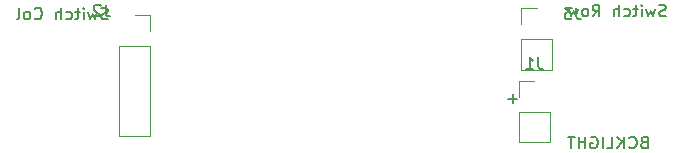
<source format=gbr>
G04 #@! TF.GenerationSoftware,KiCad,Pcbnew,(5.1.5-0-10_14)*
G04 #@! TF.CreationDate,2020-06-21T14:11:01+10:00*
G04 #@! TF.ProjectId,AP,41502e6b-6963-4616-945f-706362585858,rev?*
G04 #@! TF.SameCoordinates,Original*
G04 #@! TF.FileFunction,Legend,Bot*
G04 #@! TF.FilePolarity,Positive*
%FSLAX46Y46*%
G04 Gerber Fmt 4.6, Leading zero omitted, Abs format (unit mm)*
G04 Created by KiCad (PCBNEW (5.1.5-0-10_14)) date 2020-06-21 14:11:01*
%MOMM*%
%LPD*%
G04 APERTURE LIST*
%ADD10C,0.150000*%
%ADD11C,0.120000*%
G04 APERTURE END LIST*
D10*
X163956952Y-101163428D02*
X163195047Y-101163428D01*
X163576000Y-101544380D02*
X163576000Y-100782476D01*
X174680190Y-104830571D02*
X174537333Y-104878190D01*
X174489714Y-104925809D01*
X174442095Y-105021047D01*
X174442095Y-105163904D01*
X174489714Y-105259142D01*
X174537333Y-105306761D01*
X174632571Y-105354380D01*
X175013523Y-105354380D01*
X175013523Y-104354380D01*
X174680190Y-104354380D01*
X174584952Y-104402000D01*
X174537333Y-104449619D01*
X174489714Y-104544857D01*
X174489714Y-104640095D01*
X174537333Y-104735333D01*
X174584952Y-104782952D01*
X174680190Y-104830571D01*
X175013523Y-104830571D01*
X173442095Y-105259142D02*
X173489714Y-105306761D01*
X173632571Y-105354380D01*
X173727809Y-105354380D01*
X173870666Y-105306761D01*
X173965904Y-105211523D01*
X174013523Y-105116285D01*
X174061142Y-104925809D01*
X174061142Y-104782952D01*
X174013523Y-104592476D01*
X173965904Y-104497238D01*
X173870666Y-104402000D01*
X173727809Y-104354380D01*
X173632571Y-104354380D01*
X173489714Y-104402000D01*
X173442095Y-104449619D01*
X173013523Y-105354380D02*
X173013523Y-104354380D01*
X172442095Y-105354380D02*
X172870666Y-104782952D01*
X172442095Y-104354380D02*
X173013523Y-104925809D01*
X171537333Y-105354380D02*
X172013523Y-105354380D01*
X172013523Y-104354380D01*
X171204000Y-105354380D02*
X171204000Y-104354380D01*
X170204000Y-104402000D02*
X170299238Y-104354380D01*
X170442095Y-104354380D01*
X170584952Y-104402000D01*
X170680190Y-104497238D01*
X170727809Y-104592476D01*
X170775428Y-104782952D01*
X170775428Y-104925809D01*
X170727809Y-105116285D01*
X170680190Y-105211523D01*
X170584952Y-105306761D01*
X170442095Y-105354380D01*
X170346857Y-105354380D01*
X170204000Y-105306761D01*
X170156380Y-105259142D01*
X170156380Y-104925809D01*
X170346857Y-104925809D01*
X169727809Y-105354380D02*
X169727809Y-104354380D01*
X169727809Y-104830571D02*
X169156380Y-104830571D01*
X169156380Y-105354380D02*
X169156380Y-104354380D01*
X168823047Y-104354380D02*
X168251619Y-104354380D01*
X168537333Y-105354380D02*
X168537333Y-104354380D01*
X176537428Y-94130761D02*
X176394571Y-94178380D01*
X176156476Y-94178380D01*
X176061238Y-94130761D01*
X176013619Y-94083142D01*
X175966000Y-93987904D01*
X175966000Y-93892666D01*
X176013619Y-93797428D01*
X176061238Y-93749809D01*
X176156476Y-93702190D01*
X176346952Y-93654571D01*
X176442190Y-93606952D01*
X176489809Y-93559333D01*
X176537428Y-93464095D01*
X176537428Y-93368857D01*
X176489809Y-93273619D01*
X176442190Y-93226000D01*
X176346952Y-93178380D01*
X176108857Y-93178380D01*
X175966000Y-93226000D01*
X175632666Y-93511714D02*
X175442190Y-94178380D01*
X175251714Y-93702190D01*
X175061238Y-94178380D01*
X174870761Y-93511714D01*
X174489809Y-94178380D02*
X174489809Y-93511714D01*
X174489809Y-93178380D02*
X174537428Y-93226000D01*
X174489809Y-93273619D01*
X174442190Y-93226000D01*
X174489809Y-93178380D01*
X174489809Y-93273619D01*
X174156476Y-93511714D02*
X173775523Y-93511714D01*
X174013619Y-93178380D02*
X174013619Y-94035523D01*
X173966000Y-94130761D01*
X173870761Y-94178380D01*
X173775523Y-94178380D01*
X173013619Y-94130761D02*
X173108857Y-94178380D01*
X173299333Y-94178380D01*
X173394571Y-94130761D01*
X173442190Y-94083142D01*
X173489809Y-93987904D01*
X173489809Y-93702190D01*
X173442190Y-93606952D01*
X173394571Y-93559333D01*
X173299333Y-93511714D01*
X173108857Y-93511714D01*
X173013619Y-93559333D01*
X172585047Y-94178380D02*
X172585047Y-93178380D01*
X172156476Y-94178380D02*
X172156476Y-93654571D01*
X172204095Y-93559333D01*
X172299333Y-93511714D01*
X172442190Y-93511714D01*
X172537428Y-93559333D01*
X172585047Y-93606952D01*
X170346952Y-94178380D02*
X170680285Y-93702190D01*
X170918380Y-94178380D02*
X170918380Y-93178380D01*
X170537428Y-93178380D01*
X170442190Y-93226000D01*
X170394571Y-93273619D01*
X170346952Y-93368857D01*
X170346952Y-93511714D01*
X170394571Y-93606952D01*
X170442190Y-93654571D01*
X170537428Y-93702190D01*
X170918380Y-93702190D01*
X169775523Y-94178380D02*
X169870761Y-94130761D01*
X169918380Y-94083142D01*
X169966000Y-93987904D01*
X169966000Y-93702190D01*
X169918380Y-93606952D01*
X169870761Y-93559333D01*
X169775523Y-93511714D01*
X169632666Y-93511714D01*
X169537428Y-93559333D01*
X169489809Y-93606952D01*
X169442190Y-93702190D01*
X169442190Y-93987904D01*
X169489809Y-94083142D01*
X169537428Y-94130761D01*
X169632666Y-94178380D01*
X169775523Y-94178380D01*
X169108857Y-93511714D02*
X168918380Y-94178380D01*
X168727904Y-93702190D01*
X168537428Y-94178380D01*
X168346952Y-93511714D01*
X129285523Y-94384761D02*
X129142666Y-94432380D01*
X128904571Y-94432380D01*
X128809333Y-94384761D01*
X128761714Y-94337142D01*
X128714095Y-94241904D01*
X128714095Y-94146666D01*
X128761714Y-94051428D01*
X128809333Y-94003809D01*
X128904571Y-93956190D01*
X129095047Y-93908571D01*
X129190285Y-93860952D01*
X129237904Y-93813333D01*
X129285523Y-93718095D01*
X129285523Y-93622857D01*
X129237904Y-93527619D01*
X129190285Y-93480000D01*
X129095047Y-93432380D01*
X128856952Y-93432380D01*
X128714095Y-93480000D01*
X128380761Y-93765714D02*
X128190285Y-94432380D01*
X127999809Y-93956190D01*
X127809333Y-94432380D01*
X127618857Y-93765714D01*
X127237904Y-94432380D02*
X127237904Y-93765714D01*
X127237904Y-93432380D02*
X127285523Y-93480000D01*
X127237904Y-93527619D01*
X127190285Y-93480000D01*
X127237904Y-93432380D01*
X127237904Y-93527619D01*
X126904571Y-93765714D02*
X126523619Y-93765714D01*
X126761714Y-93432380D02*
X126761714Y-94289523D01*
X126714095Y-94384761D01*
X126618857Y-94432380D01*
X126523619Y-94432380D01*
X125761714Y-94384761D02*
X125856952Y-94432380D01*
X126047428Y-94432380D01*
X126142666Y-94384761D01*
X126190285Y-94337142D01*
X126237904Y-94241904D01*
X126237904Y-93956190D01*
X126190285Y-93860952D01*
X126142666Y-93813333D01*
X126047428Y-93765714D01*
X125856952Y-93765714D01*
X125761714Y-93813333D01*
X125333142Y-94432380D02*
X125333142Y-93432380D01*
X124904571Y-94432380D02*
X124904571Y-93908571D01*
X124952190Y-93813333D01*
X125047428Y-93765714D01*
X125190285Y-93765714D01*
X125285523Y-93813333D01*
X125333142Y-93860952D01*
X123095047Y-94337142D02*
X123142666Y-94384761D01*
X123285523Y-94432380D01*
X123380761Y-94432380D01*
X123523619Y-94384761D01*
X123618857Y-94289523D01*
X123666476Y-94194285D01*
X123714095Y-94003809D01*
X123714095Y-93860952D01*
X123666476Y-93670476D01*
X123618857Y-93575238D01*
X123523619Y-93480000D01*
X123380761Y-93432380D01*
X123285523Y-93432380D01*
X123142666Y-93480000D01*
X123095047Y-93527619D01*
X122523619Y-94432380D02*
X122618857Y-94384761D01*
X122666476Y-94337142D01*
X122714095Y-94241904D01*
X122714095Y-93956190D01*
X122666476Y-93860952D01*
X122618857Y-93813333D01*
X122523619Y-93765714D01*
X122380761Y-93765714D01*
X122285523Y-93813333D01*
X122237904Y-93860952D01*
X122190285Y-93956190D01*
X122190285Y-94241904D01*
X122237904Y-94337142D01*
X122285523Y-94384761D01*
X122380761Y-94432380D01*
X122523619Y-94432380D01*
X121618857Y-94432380D02*
X121714095Y-94384761D01*
X121761714Y-94289523D01*
X121761714Y-93432380D01*
D11*
X165410000Y-99640000D02*
X164080000Y-99640000D01*
X164080000Y-99640000D02*
X164080000Y-100970000D01*
X164080000Y-102240000D02*
X164080000Y-104840000D01*
X166740000Y-104840000D02*
X164080000Y-104840000D01*
X166740000Y-102240000D02*
X166740000Y-104840000D01*
X166740000Y-102240000D02*
X164080000Y-102240000D01*
X165600000Y-93470000D02*
X164270000Y-93470000D01*
X164270000Y-93470000D02*
X164270000Y-94800000D01*
X164270000Y-96070000D02*
X164270000Y-98670000D01*
X166930000Y-98670000D02*
X164270000Y-98670000D01*
X166930000Y-96070000D02*
X166930000Y-98670000D01*
X166930000Y-96070000D02*
X164270000Y-96070000D01*
X132900000Y-94050000D02*
X131570000Y-94050000D01*
X132900000Y-95380000D02*
X132900000Y-94050000D01*
X132900000Y-96650000D02*
X130240000Y-96650000D01*
X130240000Y-96650000D02*
X130240000Y-104330000D01*
X132900000Y-96650000D02*
X132900000Y-104330000D01*
X132900000Y-104330000D02*
X130240000Y-104330000D01*
D10*
X165743333Y-97652380D02*
X165743333Y-98366666D01*
X165790952Y-98509523D01*
X165886190Y-98604761D01*
X166029047Y-98652380D01*
X166124285Y-98652380D01*
X164743333Y-98652380D02*
X165314761Y-98652380D01*
X165029047Y-98652380D02*
X165029047Y-97652380D01*
X165124285Y-97795238D01*
X165219523Y-97890476D01*
X165314761Y-97938095D01*
X168973333Y-93432380D02*
X168973333Y-94146666D01*
X169020952Y-94289523D01*
X169116190Y-94384761D01*
X169259047Y-94432380D01*
X169354285Y-94432380D01*
X168592380Y-93432380D02*
X167973333Y-93432380D01*
X168306666Y-93813333D01*
X168163809Y-93813333D01*
X168068571Y-93860952D01*
X168020952Y-93908571D01*
X167973333Y-94003809D01*
X167973333Y-94241904D01*
X168020952Y-94337142D01*
X168068571Y-94384761D01*
X168163809Y-94432380D01*
X168449523Y-94432380D01*
X168544761Y-94384761D01*
X168592380Y-94337142D01*
X129107333Y-93178380D02*
X129107333Y-93892666D01*
X129154952Y-94035523D01*
X129250190Y-94130761D01*
X129393047Y-94178380D01*
X129488285Y-94178380D01*
X128678761Y-93273619D02*
X128631142Y-93226000D01*
X128535904Y-93178380D01*
X128297809Y-93178380D01*
X128202571Y-93226000D01*
X128154952Y-93273619D01*
X128107333Y-93368857D01*
X128107333Y-93464095D01*
X128154952Y-93606952D01*
X128726380Y-94178380D01*
X128107333Y-94178380D01*
M02*

</source>
